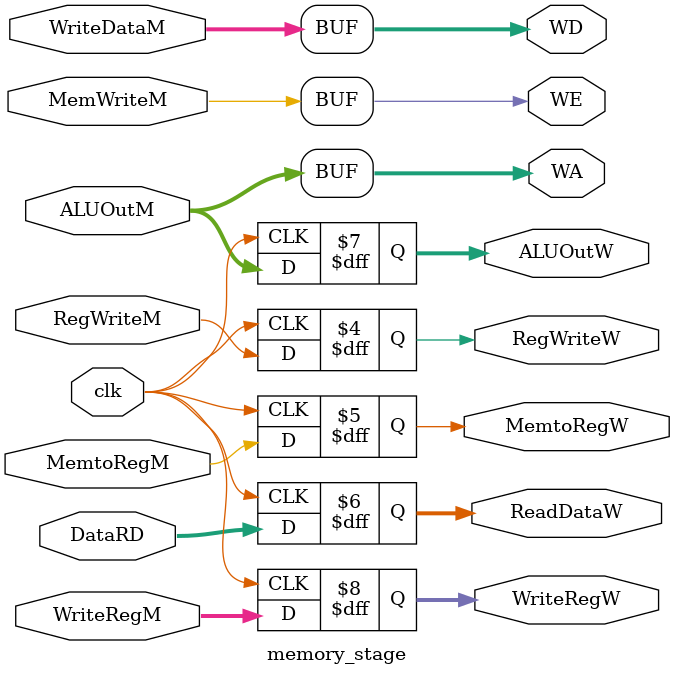
<source format=v>
`timescale 1ns / 1ps

module memory_stage(
    input clk,
    input [4:0] WriteRegM,
    input [31:0] WriteDataM,
    input [31:0] ALUOutM,
    input RegWriteM,
    input MemtoRegM,
    input MemWriteM,
    input [31:0] DataRD,
    output WE,
    output [31:0] WA,
    output [31:0] WD,
    output reg RegWriteW = 0,
    output reg MemtoRegW = 0,
    output reg [31:0] ReadDataW,
    output reg [31:0] ALUOutW,
    output reg [4:0] WriteRegW
    );
    
    // data memory signals
    assign WE = MemWriteM;
    assign WA = ALUOutM;
    assign WD = WriteDataM;
    
    // pipline register update
    always @(posedge clk) begin
        // control signals
        RegWriteW = RegWriteM;
        MemtoRegW = MemtoRegM;
        
        // data path signals
        ALUOutW = ALUOutM;
        ReadDataW = DataRD;
        WriteRegW = WriteRegM;
    end
    
endmodule

</source>
